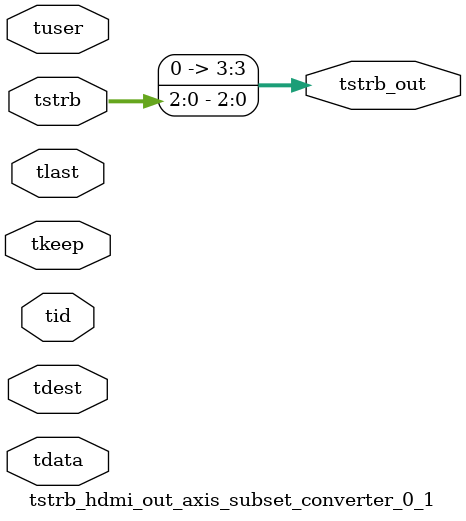
<source format=v>


`timescale 1ps/1ps

module tstrb_hdmi_out_axis_subset_converter_0_1 #
(
parameter C_S_AXIS_TDATA_WIDTH = 32,
parameter C_S_AXIS_TUSER_WIDTH = 0,
parameter C_S_AXIS_TID_WIDTH   = 0,
parameter C_S_AXIS_TDEST_WIDTH = 0,
parameter C_M_AXIS_TDATA_WIDTH = 32
)
(
input  [(C_S_AXIS_TDATA_WIDTH == 0 ? 1 : C_S_AXIS_TDATA_WIDTH)-1:0     ] tdata,
input  [(C_S_AXIS_TUSER_WIDTH == 0 ? 1 : C_S_AXIS_TUSER_WIDTH)-1:0     ] tuser,
input  [(C_S_AXIS_TID_WIDTH   == 0 ? 1 : C_S_AXIS_TID_WIDTH)-1:0       ] tid,
input  [(C_S_AXIS_TDEST_WIDTH == 0 ? 1 : C_S_AXIS_TDEST_WIDTH)-1:0     ] tdest,
input  [(C_S_AXIS_TDATA_WIDTH/8)-1:0 ] tkeep,
input  [(C_S_AXIS_TDATA_WIDTH/8)-1:0 ] tstrb,
input                                                                    tlast,
output [(C_M_AXIS_TDATA_WIDTH/8)-1:0 ] tstrb_out
);

assign tstrb_out = {tstrb[2:0]};

endmodule


</source>
